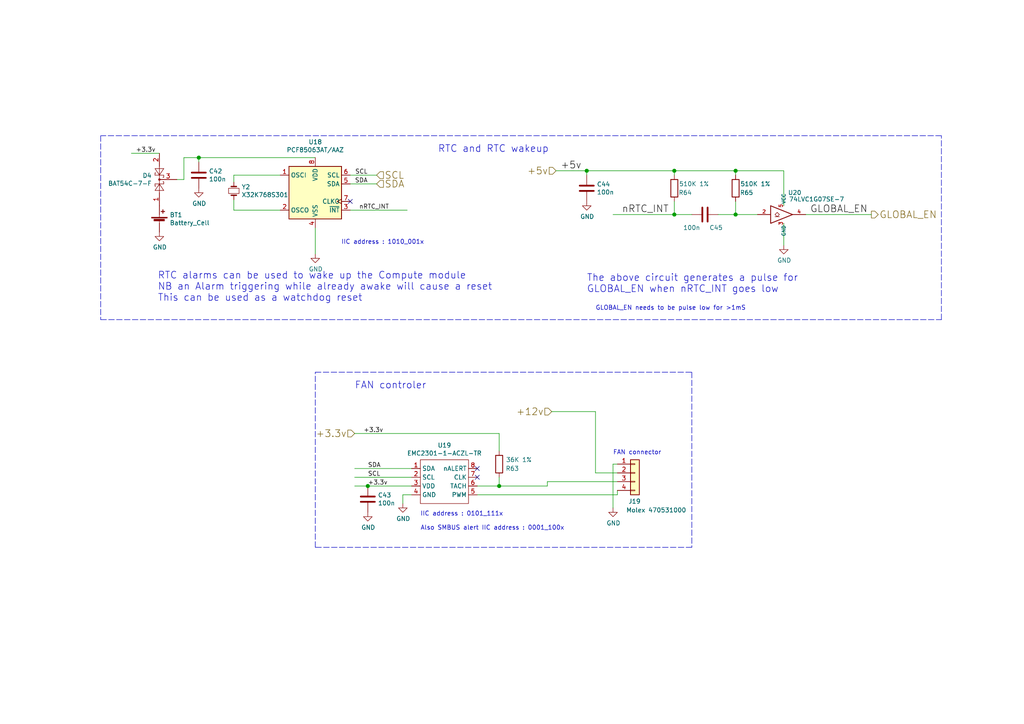
<source format=kicad_sch>
(kicad_sch (version 20230121) (generator eeschema)
  (paper "A4")
  (title_block (title "Compute Module 4 IO Board - RTC - FAN") (rev "1") (company "© 2020-2022 Raspberry Pi Ltd (formerly Raspberry Pi (Trading) Ltd.)") (comment 1 "www.raspberrypi.com"))
  (lib_symbols
    (symbol "CM4IO:74LVC1G07_copy"
      (property "Reference" "U" (at -2.54 3.81 0))
      (property "Value" "74LVC1G07_copy" (at 0 -3.81 0))
      (symbol "74LVC1G07_copy_0_1"
        (polyline (pts (xy -2.54 -0.635) (xy -1.27 -0.635)))
        (polyline (pts (xy -3.81 2.54) (xy -3.81 -2.54) (xy 2.54 0) (xy -3.81 2.54)) (stroke (width 0.254)))
        (polyline (pts (xy -1.905 0.635) (xy -2.54 0) (xy -1.905 -0.635) (xy -1.27 0) (xy -1.905 0.635)))
      )
      (symbol "74LVC1G07_copy_1_1"
        (pin input line (at -7.62 0 0) (length 3.81) (name "~") (number "2"))
        (pin power_in line (at 0 -2.54 270) (length 0) (name "GND") (number "3"))
        (pin open_collector line (at 6.35 0 180) (length 3.81) (name "~") (number "4"))
        (pin power_in line (at 0 2.54 90) (length 0) (name "VCC") (number "5"))
      )
    )
    (symbol "CM4IO:EMC2301"
      (property "Reference" "U" (at -7.62 13.97 0))
      (property "Value" "EMC2301" (at -1.27 -1.27 0))
      (symbol "EMC2301_0_0"
        (pin open_collector line (at -11.43 10.16 0) (length 2.54) (name "SDA") (number "1"))
        (pin open_collector line (at -11.43 7.62 0) (length 2.54) (name "SCL") (number "2"))
        (pin power_in line (at -11.43 5.08 0) (length 2.54) (name "VDD") (number "3"))
        (pin power_in line (at -11.43 2.54 0) (length 2.54) (name "GND") (number "4"))
        (pin output line (at 7.62 2.54 180) (length 2.54) (name "PWM") (number "5"))
        (pin input line (at 7.62 5.08 180) (length 2.54) (name "TACH") (number "6"))
        (pin input line (at 7.62 7.62 180) (length 2.54) (name "CLK") (number "7"))
        (pin open_collector line (at 7.62 10.16 180) (length 2.54) (name "nALERT") (number "8"))
      )
      (symbol "EMC2301_0_1"
        (rectangle (start -8.89 12.7) (end 5.08 0))
      )
    )
    (symbol "Connector_Generic:Conn_01x04" (pin_names hide)
      (property "Reference" "J" (at 0 5.08 0))
      (property "Value" "Conn_01x04" (at 0 -7.62 0))
      (symbol "Conn_01x04_1_1"
        (rectangle (start -1.27 -4.953) (end 0 -5.207))
        (rectangle (start -1.27 -2.413) (end 0 -2.667))
        (rectangle (start -1.27 0.127) (end 0 -0.127))
        (rectangle (start -1.27 2.667) (end 0 2.413))
        (rectangle (start -1.27 3.81) (end 1.27 -6.35) (stroke (width 0.254)) (fill (type background)))
        (pin passive line (at -5.08 2.54 0) (length 3.81) (name "Pin_1") (number "1"))
        (pin passive line (at -5.08 0 0) (length 3.81) (name "Pin_2") (number "2"))
        (pin passive line (at -5.08 -2.54 0) (length 3.81) (name "Pin_3") (number "3"))
        (pin passive line (at -5.08 -5.08 0) (length 3.81) (name "Pin_4") (number "4"))
      )
    )
    (symbol "Device:Battery_Cell" (pin_numbers hide) (pin_names (offset 0) hide)
      (property "Reference" "BT" (at 2.54 2.54 0))
      (property "Value" "Battery_Cell" (at 2.54 0 0))
      (symbol "Battery_Cell_0_1"
        (rectangle (start -2.286 1.778) (end 2.286 1.524) (fill (type outline)))
        (rectangle (start -1.5748 1.1938) (end 1.4732 0.6858) (fill (type outline)))
        (polyline (pts (xy 0 0.762) (xy 0 0)))
        (polyline (pts (xy 0 1.778) (xy 0 2.54)))
        (polyline (pts (xy 0.508 3.429) (xy 1.524 3.429)) (stroke (width 0.254)))
        (polyline (pts (xy 1.016 3.937) (xy 1.016 2.921)) (stroke (width 0.254)))
      )
      (symbol "Battery_Cell_1_1"
        (pin passive line (at 0 5.08 270) (length 2.54) (name "+") (number "1"))
        (pin passive line (at 0 -2.54 90) (length 2.54) (name "-") (number "2"))
      )
    )
    (symbol "Device:C" (pin_numbers hide) (pin_names (offset 0.254))
      (property "Reference" "C" (at 0.635 2.54 0))
      (property "Value" "C" (at 0.635 -2.54 0))
      (symbol "C_0_1"
        (polyline (pts (xy -2.032 -0.762) (xy 2.032 -0.762)) (stroke (width 0.508)))
        (polyline (pts (xy -2.032 0.762) (xy 2.032 0.762)) (stroke (width 0.508)))
      )
      (symbol "C_1_1"
        (pin passive line (at 0 3.81 270) (length 2.794) (name "~") (number "1"))
        (pin passive line (at 0 -3.81 90) (length 2.794) (name "~") (number "2"))
      )
    )
    (symbol "Device:Crystal_Small" (pin_numbers hide) (pin_names hide)
      (property "Reference" "Y" (at 0 2.54 0))
      (property "Value" "Crystal_Small" (at 0 -2.54 0))
      (symbol "Crystal_Small_0_1"
        (rectangle (start -0.762 -1.524) (end 0.762 1.524))
        (polyline (pts (xy -1.27 -0.762) (xy -1.27 0.762)) (stroke (width 0.381)))
        (polyline (pts (xy 1.27 -0.762) (xy 1.27 0.762)) (stroke (width 0.381)))
      )
      (symbol "Crystal_Small_1_1"
        (pin passive line (at -2.54 0 0) (length 1.27) (name "1") (number "1"))
        (pin passive line (at 2.54 0 180) (length 1.27) (name "2") (number "2"))
      )
    )
    (symbol "Device:R" (pin_numbers hide) (pin_names (offset 0))
      (property "Reference" "R" (at 2.032 0 90))
      (property "Value" "R" (at 0 0 90))
      (symbol "R_0_1"
        (rectangle (start -1.016 -2.54) (end 1.016 2.54) (stroke (width 0.254)))
      )
      (symbol "R_1_1"
        (pin passive line (at 0 3.81 270) (length 1.27) (name "~") (number "1"))
        (pin passive line (at 0 -3.81 90) (length 1.27) (name "~") (number "2"))
      )
    )
    (symbol "Diode:BAT54C"
      (property "Reference" "D" (at 0.635 -3.81 0))
      (property "Value" "BAT54C" (at -6.35 3.175 0))
      (symbol "BAT54C_0_1"
        (polyline (pts (xy -1.905 0) (xy 1.905 0)))
        (polyline (pts (xy -1.905 1.27) (xy -1.905 1.016)))
        (polyline (pts (xy -1.27 -1.27) (xy -0.635 -1.27)))
        (polyline (pts (xy -1.27 0) (xy -3.81 0)))
        (polyline (pts (xy -1.27 1.27) (xy -1.905 1.27)))
        (polyline (pts (xy -1.27 1.27) (xy -1.27 -1.27)))
        (polyline (pts (xy -0.635 -1.27) (xy -0.635 -1.016)))
        (polyline (pts (xy 0.635 -1.27) (xy 0.635 -1.016)))
        (polyline (pts (xy 1.27 -1.27) (xy 0.635 -1.27)))
        (polyline (pts (xy 1.27 1.27) (xy 1.27 -1.27)))
        (polyline (pts (xy 1.27 1.27) (xy 1.905 1.27)))
        (polyline (pts (xy 1.905 1.27) (xy 1.905 1.016)))
        (polyline (pts (xy 3.81 0) (xy 1.27 0)))
        (polyline (pts (xy -3.175 -1.27) (xy -3.175 1.27) (xy -1.27 0) (xy -3.175 -1.27)))
        (polyline (pts (xy 3.175 -1.27) (xy 3.175 1.27) (xy 1.27 0) (xy 3.175 -1.27)))
        (circle (center 0 0) (radius 0.254) (fill (type outline)))
      )
      (symbol "BAT54C_1_1"
        (pin passive line (at -7.62 0 0) (length 3.81) (name "~") (number "1"))
        (pin passive line (at 7.62 0 180) (length 3.81) (name "~") (number "2"))
        (pin passive line (at 0 -5.08 90) (length 5.08) (name "~") (number "3"))
      )
    )
    (symbol "Timer_RTC:PCF8563T"
      (property "Reference" "U" (at -7.62 8.89 0))
      (property "Value" "PCF8563T" (at 2.54 8.89 0))
      (symbol "PCF8563T_0_1"
        (rectangle (start -7.62 7.62) (end 7.62 -7.62) (stroke (width 0.254)) (fill (type background)))
      )
      (symbol "PCF8563T_1_1"
        (pin input line (at -10.16 5.08 0) (length 2.54) (name "OSCI") (number "1"))
        (pin output line (at -10.16 -5.08 0) (length 2.54) (name "OSCO") (number "2"))
        (pin output line (at 10.16 -5.08 180) (length 2.54) (name "~{INT}") (number "3"))
        (pin power_in line (at 0 -10.16 90) (length 2.54) (name "VSS") (number "4"))
        (pin bidirectional line (at 10.16 2.54 180) (length 2.54) (name "SDA") (number "5"))
        (pin input line (at 10.16 5.08 180) (length 2.54) (name "SCL") (number "6"))
        (pin output clock (at 10.16 -2.54 180) (length 2.54) (name "CLKO") (number "7"))
        (pin power_in line (at 0 10.16 270) (length 2.54) (name "VDD") (number "8"))
      )
    )
    (symbol "power:GND" (power) (pin_names (offset 0))
      (property "Value" "GND" (at 0 -3.81 0))
      (symbol "GND_0_1"
        (polyline (pts (xy 0 0) (xy 0 -1.27) (xy 1.27 -1.27) (xy 0 -2.54) (xy -1.27 -1.27) (xy 0 -1.27)))
      )
      (symbol "GND_1_1"
        (pin power_in line (at 0 0 270) (length 0) hide (name "GND") (number "1"))
      )
    )
  )
  (junction (at 144.78 140.97) (diameter 1.016))
  (junction (at 170.18 49.53) (diameter 1.016))
  (junction (at 213.36 62.23) (diameter 1.016))
  (junction (at 195.58 62.23) (diameter 1.016))
  (junction (at 195.58 49.53) (diameter 1.016))
  (junction (at 213.36 49.53) (diameter 1.016))
  (junction (at 106.68 140.97) (diameter 1.016))
  (junction (at 57.658 45.72) (diameter 1.016))
  (no_connect (at 138.43 138.43))
  (no_connect (at 101.6 58.42))
  (no_connect (at 138.43 135.89))
  (wire (pts (xy 213.36 62.23) (xy 213.36 58.42)))
  (wire (pts (xy 67.818 50.8) (xy 81.28 50.8)))
  (wire (pts (xy 57.658 45.72) (xy 91.44 45.72)))
  (wire (pts (xy 116.84 143.51) (xy 116.84 146.05)))
  (wire (pts (xy 91.44 66.04) (xy 91.44 73.66)))
  (wire (pts (xy 102.87 125.73) (xy 144.78 125.73)))
  (wire (pts (xy 106.68 140.97) (xy 102.87 140.97)))
  (wire (pts (xy 195.58 49.53) (xy 195.58 50.8)))
  (wire (pts (xy 53.34 45.72) (xy 57.658 45.72)))
  (polyline (pts (xy 200.66 158.75) (xy 91.44 158.75)) (stroke (width 0) (type dash)))
  (wire (pts (xy 57.658 45.72) (xy 57.658 47.0154)))
  (wire (pts (xy 172.72 119.38) (xy 172.72 137.16)))
  (wire (pts (xy 144.78 125.73) (xy 144.78 130.81)))
  (wire (pts (xy 144.78 140.97) (xy 158.75 140.97)))
  (wire (pts (xy 195.58 62.23) (xy 200.66 62.23)))
  (wire (pts (xy 51.308 52.07) (xy 53.34 52.07)))
  (polyline (pts (xy 29.21 39.37) (xy 29.21 92.71)) (stroke (width 0) (type dash)))
  (wire (pts (xy 67.818 60.96) (xy 67.818 57.912)))
  (polyline (pts (xy 91.44 107.95) (xy 200.66 107.95)) (stroke (width 0) (type dash)))
  (wire (pts (xy 179.07 143.51) (xy 179.07 142.24)))
  (wire (pts (xy 179.07 137.16) (xy 172.72 137.16)))
  (wire (pts (xy 195.58 62.23) (xy 195.58 58.42)))
  (wire (pts (xy 213.36 49.53) (xy 227.33 49.53)))
  (polyline (pts (xy 200.66 107.95) (xy 200.66 158.75)) (stroke (width 0) (type dash)))
  (wire (pts (xy 227.33 49.53) (xy 227.33 59.69)))
  (wire (pts (xy 213.36 62.23) (xy 219.71 62.23)))
  (wire (pts (xy 161.29 49.53) (xy 170.18 49.53)))
  (wire (pts (xy 109.22 50.8) (xy 101.6 50.8)))
  (wire (pts (xy 53.34 52.07) (xy 53.34 45.72)))
  (wire (pts (xy 119.38 143.51) (xy 116.84 143.51)))
  (wire (pts (xy 208.28 62.23) (xy 213.36 62.23)))
  (wire (pts (xy 38.1 44.45) (xy 46.228 44.45)))
  (wire (pts (xy 144.78 140.97) (xy 144.78 138.43)))
  (wire (pts (xy 179.07 139.7) (xy 158.75 139.7)))
  (wire (pts (xy 177.8 62.23) (xy 195.58 62.23)))
  (wire (pts (xy 81.28 60.96) (xy 67.818 60.96)))
  (wire (pts (xy 138.43 143.51) (xy 179.07 143.51)))
  (wire (pts (xy 138.43 140.97) (xy 144.78 140.97)))
  (wire (pts (xy 158.75 139.7) (xy 158.75 140.97)))
  (wire (pts (xy 233.68 62.23) (xy 252.73 62.23)))
  (wire (pts (xy 195.58 49.53) (xy 213.36 49.53)))
  (wire (pts (xy 170.18 49.53) (xy 195.58 49.53)))
  (wire (pts (xy 179.07 134.62) (xy 177.8 134.62)))
  (wire (pts (xy 170.18 50.8) (xy 170.18 49.53)))
  (wire (pts (xy 227.33 64.77) (xy 227.33 71.12)))
  (wire (pts (xy 109.22 53.34) (xy 101.6 53.34)))
  (wire (pts (xy 213.36 49.53) (xy 213.36 50.8)))
  (polyline (pts (xy 91.44 158.75) (xy 91.44 107.95)) (stroke (width 0) (type dash)))
  (wire (pts (xy 119.38 135.89) (xy 102.87 135.89)))
  (polyline (pts (xy 29.21 92.71) (xy 273.05 92.71)) (stroke (width 0) (type dash)))
  (wire (pts (xy 119.38 140.97) (xy 106.68 140.97)))
  (wire (pts (xy 101.6 60.96) (xy 118.11 60.96)))
  (wire (pts (xy 67.818 50.8) (xy 67.818 52.832)))
  (wire (pts (xy 119.38 138.43) (xy 102.87 138.43)))
  (wire (pts (xy 177.8 134.62) (xy 177.8 147.32)))
  (polyline (pts (xy 273.05 92.71) (xy 273.05 39.37)) (stroke (width 0) (type dash)))
  (wire (pts (xy 172.72 119.38) (xy 160.02 119.38)))
  (polyline (pts (xy 273.05 39.37) (xy 29.21 39.37)) (stroke (width 0) (type dash)))
  (text "RTC alarms can be used to wake up the Compute module\nNB an Alarm triggering while already awake will cause a reset \nThis can be used as a watchdog reset " (at 45.72 87.63 0) (effects (font (size 2.0066 2.0066)) (justify left bottom)))
  (text "RTC and RTC wakeup" (at 127 44.45 0) (effects (font (size 2.0066 2.0066)) (justify left bottom)))
  (text "Also SMBUS alert IIC address : 0001_100x" (at 121.9454 153.9494 0) (effects (font (size 1.27 1.27)) (justify left bottom)))
  (text "IIC address : 0101_111x" (at 121.92 149.86 0) (effects (font (size 1.27 1.27)) (justify left bottom)))
  (text "IIC address : 1010_001x" (at 98.9838 71.0438 0) (effects (font (size 1.27 1.27)) (justify left bottom)))
  (text "GLOBAL_EN needs to be pulse low for >1mS" (at 172.72 90.17 0) (effects (font (size 1.27 1.27)) (justify left bottom)))
  (text "FAN controler" (at 102.87 113.03 0) (effects (font (size 2.0066 2.0066)) (justify left bottom)))
  (text "FAN connector\n" (at 177.8 132.08 0) (effects (font (size 1.27 1.27)) (justify left bottom)))
  (text "The above circuit generates a pulse for\nGLOBAL_EN when nRTC_INT goes low" (at 170.18 85.09 0) (effects (font (size 2.0066 2.0066)) (justify left bottom)))
  (label "SCL" (at 106.68 138.43 0))
  (label "+5v" (at 162.56 49.53 0) (effects (font (size 2.0066 2.0066))))
  (label "SDA" (at 106.68 53.34 180))
  (label "SCL" (at 106.68 50.8 180))
  (label "GLOBAL_EN" (at 234.95 62.23 0) (effects (font (size 2.0066 2.0066))))
  (label "nRTC_INT" (at 104.14 60.96 0))
  (label "SDA" (at 106.68 135.89 0))
  (label "nRTC_INT" (at 180.34 62.23 0) (effects (font (size 2.0066 2.0066))))
  (label "+3.3v" (at 105.41 125.73 0))
  (label "+3.3v" (at 106.68 140.97 0))
  (label "+3.3v" (at 39.37 44.45 0))
  (hierarchical_label "+5v" (shape input) (at 161.29 49.53 180) (effects (font (size 2.0066 2.0066))))
  (hierarchical_label "+3.3v" (shape input) (at 102.87 125.73 180) (effects (font (size 2.0066 2.0066))))
  (hierarchical_label "+12v" (shape input) (at 160.02 119.38 180) (effects (font (size 2.0066 2.0066))))
  (hierarchical_label "SCL" (shape input) (at 109.22 50.8 0) (effects (font (size 2.0066 2.0066))))
  (hierarchical_label "SDA" (shape input) (at 109.22 53.34 0) (effects (font (size 2.0066 2.0066))))
  (hierarchical_label "GLOBAL_EN" (shape output) (at 252.73 62.23 0) (effects (font (size 2.0066 2.0066))))
  (symbol (lib_id "CM4IO:EMC2301") (at 130.81 146.05 0) (unit 1)
    (property "Reference" "U11" (at 128.905 129.159 0))
    (property "Value" "EMC2301-1-ACZL-TR" (at 128.905 131.4704 0))
    (property "Footprint" "Package_SO:MSOP-8_3x3mm_P0.65mm" (effects hide))
    (property "Datasheet" "https://ww1.microchip.com/downloads/en/DeviceDoc/2301.pdf" (effects hide))
    (property "Field4" "Digikey" (effects hide))
    (property "Field5" "EMC2301-1-ACZL-CT-ND" (effects hide))
    (property "Field6" "EMC2301-1-ACZL-TR" (effects hide))
    (property "Field7" "Microchip" (effects hide))
    (property "Part Description" "Motor Driver PWM 8-MSOP" (effects hide))
    (instances (project "GR-LRR-CONTROL-PCB" (path "" (reference "U19") (unit 1))))
  )
  (symbol (lib_id "Device:C") (at 106.68 144.78 0) (unit 1)
    (property "Reference" "C23" (at 109.601 143.6116 0) (effects (justify left)))
    (property "Value" "100n" (at 109.601 145.923 0) (effects (justify left)))
    (property "Footprint" "Capacitor_SMD:C_0402_1005Metric" (effects hide))
    (property "Datasheet" "https://search.murata.co.jp/Ceramy/image/img/A01X/G101/ENG/GRM155R71C104KA88-01.pdf" (effects hide))
    (property "Field4" "Farnell" (effects hide))
    (property "Field5" "2611911" (effects hide))
    (property "Field6" "RM EMK105 B7104KV-F" (effects hide))
    (property "Field7" "TAIYO YUDEN EUROPE GMBH" (effects hide))
    (property "Part Description" "	0.1uF 10% 16V Ceramic Capacitor X7R 0402 (1005 Metric)" (effects hide))
    (property "Field8" "110091611" (effects hide))
    (instances (project "GR-LRR-CONTROL-PCB" (path "" (reference "C43") (unit 1))))
  )
  (symbol (lib_id "power:GND") (at 106.68 148.59 0) (unit 1)
    (property "Reference" "#PWR032" (effects hide))
    (property "Value" "GND" (at 106.807 152.9842 0))
    (instances (project "GR-LRR-CONTROL-PCB" (path "" (reference "#PWR059") (unit 1))))
  )
  (symbol (lib_id "Connector_Generic:Conn_01x04") (at 184.15 137.16 0) (unit 1)
    (property "Reference" "J17" (at 182.245 145.415 0) (effects (justify left)))
    (property "Value" "Molex 470531000" (at 181.61 147.955 0) (effects (justify left)))
    (property "Footprint" "Connector:FanPinHeader_1x04_P2.54mm_Vertical" (effects hide))
    (property "Datasheet" "https://www.molex.com/pdm_docs/sd/470531000_sd.pdf" (effects hide))
    (property "Field4" "Farnell" (effects hide))
    (property "Field5" "	2313705" (effects hide))
    (property "Field6" "470531000" (effects hide))
    (property "Field7" "Molex" (effects hide))
    (property "Part Description" "	Connector Header Through Hole 4 position 0.100\" (2.54mm)" (effects hide))
    (instances (project "GR-LRR-CONTROL-PCB" (path "" (reference "J19") (unit 1))))
  )
  (symbol (lib_id "Device:R") (at 144.78 134.62 180) (unit 1)
    (property "Reference" "R21" (at 148.59 135.89 0))
    (property "Value" "36K 1%" (at 150.495 133.35 0))
    (property "Footprint" "Resistor_SMD:R_0402_1005Metric" (effects hide))
    (property "Datasheet" "https://fscdn.rohm.com/en/products/databook/datasheet/passive/resistor/chip_resistor/mcr-e.pdf" (effects hide))
    (property "Field4" "Farnell" (effects hide))
    (property "Field5" "1458788" (effects hide))
    (property "Field7" "Rohm" (effects hide))
    (property "Field6" "MCR01MZPF3602" (effects hide))
    (property "Part Description" "Resistor 36K M1005 1% 63mW" (effects hide))
    (instances (project "GR-LRR-CONTROL-PCB" (path "" (reference "R63") (unit 1))))
  )
  (symbol (lib_id "power:GND") (at 177.8 147.32 0) (unit 1)
    (property "Reference" "#PWR035" (effects hide))
    (property "Value" "GND" (at 177.927 151.7142 0))
    (instances (project "GR-LRR-CONTROL-PCB" (path "" (reference "#PWR062") (unit 1))))
  )
  (symbol (lib_id "power:GND") (at 91.44 73.66 0) (unit 1)
    (property "Reference" "#PWR028" (effects hide))
    (property "Value" "GND" (at 91.567 78.0542 0))
    (instances (project "GR-LRR-CONTROL-PCB" (path "" (reference "#PWR058") (unit 1))))
  )
  (symbol (lib_id "Device:Battery_Cell") (at 46.228 64.77 0) (unit 1)
    (property "Reference" "BT1" (at 49.2252 62.3316 0) (effects (justify left)))
    (property "Value" "Battery_Cell" (at 49.2252 64.643 0) (effects (justify left)))
    (property "Footprint" "Battery:BatteryHolder_Keystone_3034_1x20mm" (effects hide))
    (property "Datasheet" "https://www.keyelco.com/userAssets/file/M65p9.pdf" (effects hide))
    (property "Field4" "Digikey" (effects hide))
    (property "Field5" "36-3034-ND" (effects hide))
    (property "Field6" "3034" (effects hide))
    (property "Field7" "Keystone" (effects hide))
    (property "Part Description" "	Battery Retainer Coin, 20.0mm 1 Cell SMD (SMT) Tab" (effects hide))
  )
  (symbol (lib_id "power:GND") (at 46.228 67.31 0) (unit 1)
    (property "Reference" "#PWR030" (effects hide))
    (property "Value" "GND" (at 46.355 71.7042 0))
    (instances (project "GR-LRR-CONTROL-PCB" (path "" (reference "#PWR056") (unit 1))))
  )
  (symbol (lib_id "CM4IO:74LVC1G07_copy") (at 227.33 62.23 0) (unit 1)
    (property "Reference" "U14" (at 230.505 55.88 0))
    (property "Value" "74LVC1G07SE-7" (at 236.855 57.785 0))
    (property "Footprint" "Package_TO_SOT_SMD:SOT-353_SC-70-5" (effects hide))
    (property "Datasheet" "https://www.diodes.com/assets/Datasheets/74LVC1G07.pdf" (effects hide))
    (property "Field4" "Farnell" (effects hide))
    (property "Field5" "2425492" (effects hide))
    (property "Field6" "74LVC1G07SE-7" (effects hide))
    (property "Field7" "Diodes" (effects hide))
    (property "Part Description" "Buffer, Non-Inverting 1 Element 1 Bit per Element Open Drain Output SOT-353" (effects hide))
    (instances (project "GR-LRR-CONTROL-PCB" (path "" (reference "U20") (unit 1))))
  )
  (symbol (lib_id "Device:R") (at 195.58 54.61 180) (unit 1)
    (property "Reference" "R19" (at 198.755 55.88 0))
    (property "Value" "510K 1%" (at 201.295 53.34 0))
    (property "Footprint" "Resistor_SMD:R_0402_1005Metric" (effects hide))
    (property "Datasheet" "https://fscdn.rohm.com/en/products/databook/datasheet/passive/resistor/chip_resistor/mcr-e.pdf" (effects hide))
    (property "Field4" "Farnell" (effects hide))
    (property "Field5" "1458807" (effects hide))
    (property "Field7" "Rohm" (effects hide))
    (property "Field6" "MCR01MZPF5103" (effects hide))
    (property "Part Description" "Resistor 510K M1005 1% 63mW" (effects hide))
    (instances (project "GR-LRR-CONTROL-PCB" (path "" (reference "R64") (unit 1))))
  )
  (symbol (lib_id "Device:R") (at 213.36 54.61 180) (unit 1)
    (property "Reference" "R20" (at 216.535 55.88 0))
    (property "Value" "510K 1%" (at 219.075 53.34 0))
    (property "Footprint" "Resistor_SMD:R_0402_1005Metric" (effects hide))
    (property "Datasheet" "https://fscdn.rohm.com/en/products/databook/datasheet/passive/resistor/chip_resistor/mcr-e.pdf" (effects hide))
    (property "Field4" "Farnell" (effects hide))
    (property "Field5" "1458807" (effects hide))
    (property "Field7" "Rohm" (effects hide))
    (property "Field6" "MCR01MZPF5103" (effects hide))
    (property "Part Description" "Resistor 510K M1005 1% 63mW" (effects hide))
    (instances (project "GR-LRR-CONTROL-PCB" (path "" (reference "R65") (unit 1))))
  )
  (symbol (lib_id "power:GND") (at 116.84 146.05 0) (unit 1)
    (property "Reference" "#PWR033" (effects hide))
    (property "Value" "GND" (at 116.967 150.4442 0))
    (instances (project "GR-LRR-CONTROL-PCB" (path "" (reference "#PWR060") (unit 1))))
  )
  (symbol (lib_id "Device:C") (at 170.18 54.61 0) (unit 1)
    (property "Reference" "C22" (at 173.101 53.4416 0) (effects (justify left)))
    (property "Value" "100n" (at 173.101 55.753 0) (effects (justify left)))
    (property "Footprint" "Capacitor_SMD:C_0402_1005Metric" (effects hide))
    (property "Datasheet" "https://search.murata.co.jp/Ceramy/image/img/A01X/G101/ENG/GRM155R71C104KA88-01.pdf" (effects hide))
    (property "Field4" "Farnell" (effects hide))
    (property "Field5" "2611911" (effects hide))
    (property "Field6" "RM EMK105 B7104KV-F" (effects hide))
    (property "Field7" "TAIYO YUDEN EUROPE GMBH" (effects hide))
    (property "Part Description" "	0.1uF 10% 16V Ceramic Capacitor X7R 0402 (1005 Metric)" (effects hide))
    (property "Field8" "110091611" (effects hide))
    (instances (project "GR-LRR-CONTROL-PCB" (path "" (reference "C44") (unit 1))))
  )
  (symbol (lib_id "Device:C") (at 204.47 62.23 270) (unit 1)
    (property "Reference" "C24" (at 205.74 66.04 90) (effects (justify left)))
    (property "Value" "100n" (at 198.12 66.04 90) (effects (justify left)))
    (property "Footprint" "Capacitor_SMD:C_0402_1005Metric" (effects hide))
    (property "Datasheet" "https://search.murata.co.jp/Ceramy/image/img/A01X/G101/ENG/GRM155R71C104KA88-01.pdf" (effects hide))
    (property "Field4" "Farnell" (effects hide))
    (property "Field5" "2611911" (effects hide))
    (property "Field6" "RM EMK105 B7104KV-F" (effects hide))
    (property "Field7" "TAIYO YUDEN EUROPE GMBH" (effects hide))
    (property "Part Description" "	0.1uF 10% 16V Ceramic Capacitor X7R 0402 (1005 Metric)" (effects hide))
    (property "Field8" "110091611" (effects hide))
    (instances (project "GR-LRR-CONTROL-PCB" (path "" (reference "C45") (unit 1))))
  )
  (symbol (lib_id "power:GND") (at 227.33 71.12 0) (unit 1)
    (property "Reference" "#PWR034" (effects hide))
    (property "Value" "GND" (at 227.457 75.5142 0))
    (instances (project "GR-LRR-CONTROL-PCB" (path "" (reference "#PWR063") (unit 1))))
  )
  (symbol (lib_id "power:GND") (at 170.18 58.42 0) (unit 1)
    (property "Reference" "#PWR031" (effects hide))
    (property "Value" "GND" (at 170.307 62.8142 0))
    (instances (project "GR-LRR-CONTROL-PCB" (path "" (reference "#PWR061") (unit 1))))
  )
  (symbol (lib_id "Timer_RTC:PCF8563T") (at 91.44 55.88 0) (unit 1)
    (property "Reference" "U8" (at 91.44 41.1734 0))
    (property "Value" "PCF85063AT/AAZ" (at 91.44 43.4848 0))
    (property "Footprint" "Package_SO:SOIC-8_3.9x4.9mm_P1.27mm" (effects hide))
    (property "Datasheet" "https://www.nxp.com/docs/en/data-sheet/PCF85063A.pdf" (effects hide))
    (property "Field4" "Farnell" (effects hide))
    (property "Field5" "2890042" (effects hide))
    (property "Field7" "NXP" (effects hide))
    (property "Field6" "PCF85063AT/AAZ" (effects hide))
    (property "Part Description" "Real Time Clock (RTC) IC Clock/Calendar I²C, 2-Wire Serial 8-SOIC (0.154\", 3.90mm Width)" (effects hide))
    (instances (project "GR-LRR-CONTROL-PCB" (path "" (reference "U18") (unit 1))))
  )
  (symbol (lib_id "Device:Crystal_Small") (at 67.818 55.372 90) (unit 1)
    (property "Reference" "Y2" (at 70.0532 54.229 90) (effects (justify right)))
    (property "Value" "X32K768S301" (at 70.0532 56.515 90) (effects (justify right)))
    (property "Footprint" "Crystal:Crystal_SMD_3215-2Pin_3.2x1.5mm" (effects hide))
    (property "Field6" "X32K768S301" (effects hide))
    (property "Field7" "AEL" (effects hide))
    (property "Part Description" "Crystal 32.768KHz 7pF 20pmm" (effects hide))
  )
  (symbol (lib_id "Diode:BAT54C") (at 46.228 52.07 90) (unit 1)
    (property "Reference" "D3" (at 44.0182 50.927 90) (effects (justify left)))
    (property "Value" "BAT54C-7-F" (at 44.0182 53.213 90) (effects (justify left)))
    (property "Footprint" "Package_TO_SOT_SMD:SOT-23" (effects hide))
    (property "Datasheet" "http://www.farnell.com/datasheets/2861240.pdf?_ga=2.129831176.54358802.1587372871-1787849031.1568210898&_gac=1.175311126.1587399424.EAIaIQobChMInOvF07P36AIVw7HtCh0NWwCeEAAYAyAAEgI0YfD_BwE" (effects hide))
    (property "Field4" "Farnell" (effects hide))
    (property "Field5" "2306010" (effects hide))
    (property "Field6" "BAT54C-7-F" (effects hide))
    (property "Field7" "Rohm" (effects hide))
    (property "Part Description" "Diode Array 1 Pair Common Cathode Schottky 30V 200mA (DC) Surface Mount TO-236-3, SC-59, SOT-23-3" (effects hide))
    (instances (project "GR-LRR-CONTROL-PCB" (path "" (reference "D4") (unit 1))))
  )
  (symbol (lib_id "power:GND") (at 57.658 54.6354 0) (unit 1)
    (property "Reference" "#PWR03" (effects hide))
    (property "Value" "GND" (at 57.785 59.0296 0))
    (instances (project "GR-LRR-CONTROL-PCB" (path "" (reference "#PWR057") (unit 1))))
  )
  (symbol (lib_id "Device:C") (at 57.658 50.8254 0) (unit 1)
    (property "Reference" "C46" (at 60.579 49.657 0) (effects (justify left)))
    (property "Value" "100n" (at 60.579 51.9684 0) (effects (justify left)))
    (property "Footprint" "Capacitor_SMD:C_0402_1005Metric" (effects hide))
    (property "Datasheet" "https://search.murata.co.jp/Ceramy/image/img/A01X/G101/ENG/GRM155R71C104KA88-01.pdf" (effects hide))
    (property "Field4" "Farnell" (effects hide))
    (property "Field5" "2611911" (effects hide))
    (property "Field6" "RM EMK105 B7104KV-F" (effects hide))
    (property "Field7" "TAIYO YUDEN EUROPE GMBH" (effects hide))
    (property "Part Description" "	0.1uF 10% 16V Ceramic Capacitor X7R 0402 (1005 Metric)" (effects hide))
    (property "Field8" "110091611" (effects hide))
    (instances (project "GR-LRR-CONTROL-PCB" (path "" (reference "C42") (unit 1))))
  )
)
</source>
